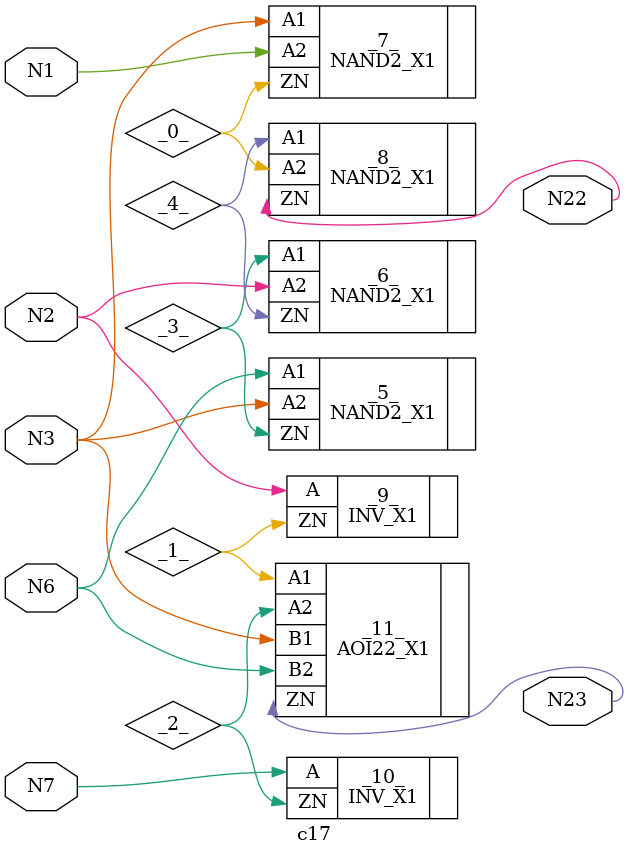
<source format=v>
/* Generated by Yosys 0.10+12 (open-tool-forge build) (git sha1 356ec7bb, clang 11.0.3 ) */

module c17(N1, N2, N3, N6, N7, N22, N23);
  input N1;
  input N2;
  output N22;
  output N23;
  input N3;
  input N6;
  input N7;
  wire _0_;
  wire _1_;
  wire _2_;
  wire _3_;
  wire _4_;
  INV_X1 _10_ (
    .A(N7),
    .ZN(_2_)
  );
  AOI22_X1 _11_ (
    .A1(_1_),
    .A2(_2_),
    .B1(N3),
    .B2(N6),
    .ZN(N23)
  );
  NAND2_X1 _5_ (
    .A1(N6),
    .A2(N3),
    .ZN(_3_)
  );
  NAND2_X1 _6_ (
    .A1(_3_),
    .A2(N2),
    .ZN(_4_)
  );
  NAND2_X1 _7_ (
    .A1(N3),
    .A2(N1),
    .ZN(_0_)
  );
  NAND2_X1 _8_ (
    .A1(_4_),
    .A2(_0_),
    .ZN(N22)
  );
  INV_X1 _9_ (
    .A(N2),
    .ZN(_1_)
  );
endmodule

</source>
